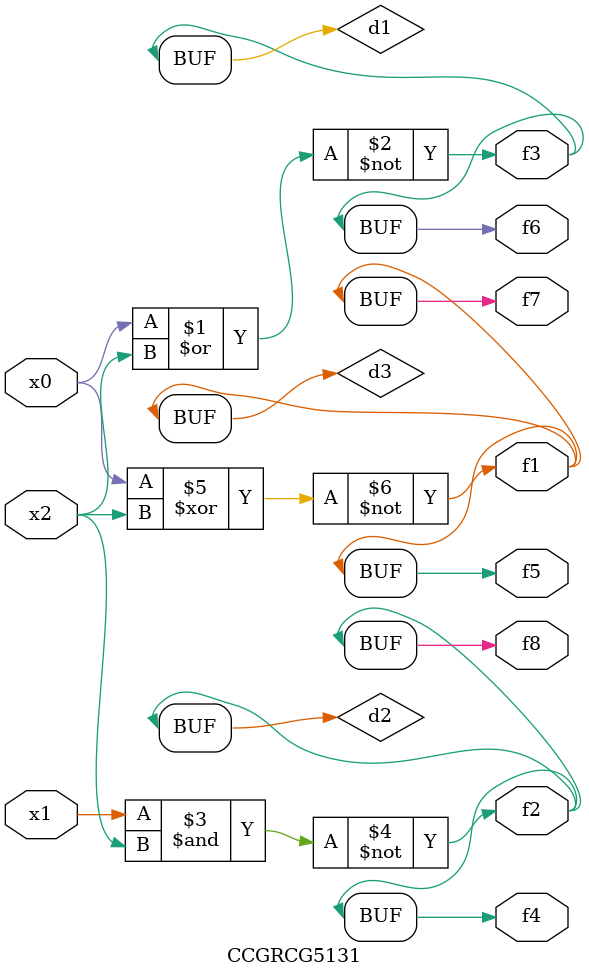
<source format=v>
module CCGRCG5131(
	input x0, x1, x2,
	output f1, f2, f3, f4, f5, f6, f7, f8
);

	wire d1, d2, d3;

	nor (d1, x0, x2);
	nand (d2, x1, x2);
	xnor (d3, x0, x2);
	assign f1 = d3;
	assign f2 = d2;
	assign f3 = d1;
	assign f4 = d2;
	assign f5 = d3;
	assign f6 = d1;
	assign f7 = d3;
	assign f8 = d2;
endmodule

</source>
